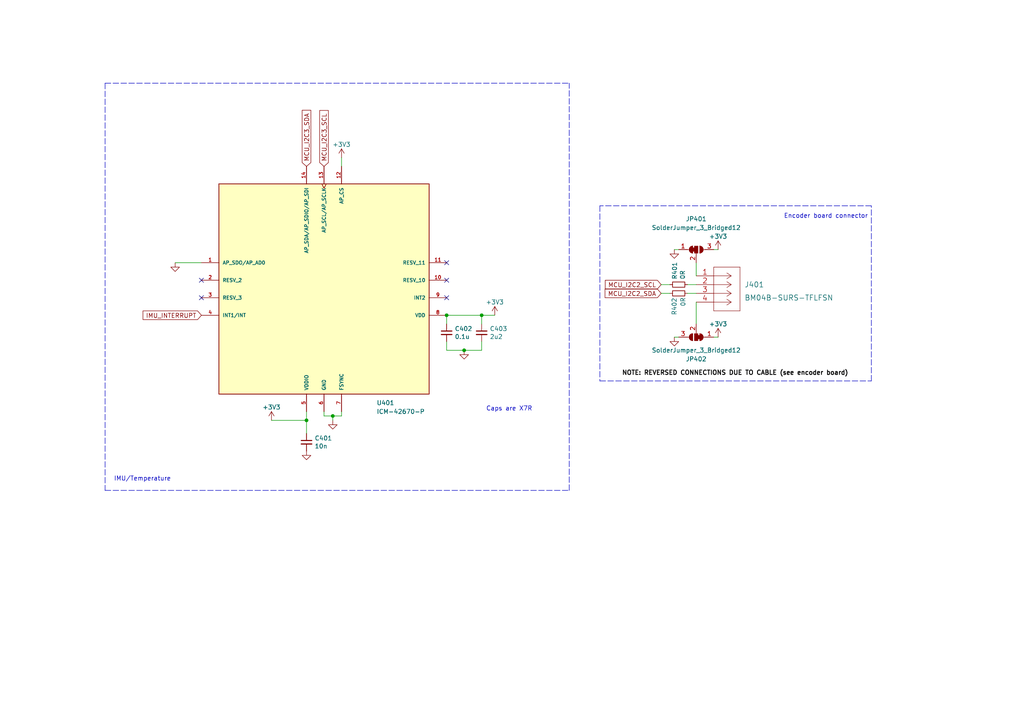
<source format=kicad_sch>
(kicad_sch (version 20211123) (generator eeschema)
  (paper "A4")
  (lib_symbols
    (symbol "BM04B:BM04B-SURS-TFLFSN" (pin_names (offset 0.254) hide)
      (property "Reference" "J" (at 8.89 6.35 0))
      (property "Value" "BM04B-SURS-TFLFSN" (at 10.16 -5.08 0))
      (symbol "BM04B-SURS-TFLFSN_1_1"
        (polyline (pts (xy 5.08 -10.16) (xy 12.7 -10.16)) (stroke (width 0.127)))
        (polyline (pts (xy 5.08 2.54) (xy 5.08 -10.16)) (stroke (width 0.127)))
        (polyline (pts (xy 10.16 -7.62) (xy 5.08 -7.62)) (stroke (width 0.127)))
        (polyline (pts (xy 10.16 -7.62) (xy 8.89 -8.4582)) (stroke (width 0.127)))
        (polyline (pts (xy 10.16 -7.62) (xy 8.89 -6.7818)) (stroke (width 0.127)))
        (polyline (pts (xy 10.16 -5.08) (xy 5.08 -5.08)) (stroke (width 0.127)))
        (polyline (pts (xy 10.16 -5.08) (xy 8.89 -5.9182)) (stroke (width 0.127)))
        (polyline (pts (xy 10.16 -5.08) (xy 8.89 -4.2418)) (stroke (width 0.127)))
        (polyline (pts (xy 10.16 -2.54) (xy 5.08 -2.54)) (stroke (width 0.127)))
        (polyline (pts (xy 10.16 -2.54) (xy 8.89 -3.3782)) (stroke (width 0.127)))
        (polyline (pts (xy 10.16 -2.54) (xy 8.89 -1.7018)) (stroke (width 0.127)))
        (polyline (pts (xy 10.16 0) (xy 5.08 0)) (stroke (width 0.127)))
        (polyline (pts (xy 10.16 0) (xy 8.89 -0.8382)) (stroke (width 0.127)))
        (polyline (pts (xy 10.16 0) (xy 8.89 0.8382)) (stroke (width 0.127)))
        (polyline (pts (xy 12.7 -10.16) (xy 12.7 2.54)) (stroke (width 0.127)))
        (polyline (pts (xy 12.7 2.54) (xy 5.08 2.54)) (stroke (width 0.127)))
        (pin unspecified line (at 0 0 0) (length 5.08) (name "1") (number "1"))
        (pin unspecified line (at 0 -2.54 0) (length 5.08) (name "2") (number "2"))
        (pin unspecified line (at 0 -5.08 0) (length 5.08) (name "3") (number "3"))
        (pin unspecified line (at 0 -7.62 0) (length 5.08) (name "4") (number "4"))
      )
    )
    (symbol "BluePhil-rescue:+3.3V-power" (power) (pin_names (offset 0))
      (property "Value" "+3.3V-power" (at 0 3.556 0))
      (symbol "+3.3V-power_0_1"
        (polyline (pts (xy -0.762 1.27) (xy 0 2.54)))
        (polyline (pts (xy 0 0) (xy 0 2.54)))
        (polyline (pts (xy 0 2.54) (xy 0.762 1.27)))
      )
      (symbol "+3.3V-power_1_1"
        (pin power_in line (at 0 0 90) (length 0) hide (name "+3V3") (number "1"))
      )
    )
    (symbol "Device:C_Small" (pin_numbers hide) (pin_names (offset 0.254) hide)
      (property "Reference" "C" (at 0.254 1.778 0))
      (property "Value" "C_Small" (at 0.254 -2.032 0))
      (symbol "C_Small_0_1"
        (polyline (pts (xy -1.524 -0.508) (xy 1.524 -0.508)) (stroke (width 0.3302)))
        (polyline (pts (xy -1.524 0.508) (xy 1.524 0.508)) (stroke (width 0.3048)))
      )
      (symbol "C_Small_1_1"
        (pin passive line (at 0 2.54 270) (length 2.032) (name "~") (number "1"))
        (pin passive line (at 0 -2.54 90) (length 2.032) (name "~") (number "2"))
      )
    )
    (symbol "Device:R_Small" (pin_numbers hide) (pin_names (offset 0.254) hide)
      (property "Reference" "R" (at 0.762 0.508 0))
      (property "Value" "R_Small" (at 0.762 -1.016 0))
      (symbol "R_Small_0_1"
        (rectangle (start -0.762 1.778) (end 0.762 -1.778) (stroke (width 0.2032)))
      )
      (symbol "R_Small_1_1"
        (pin passive line (at 0 2.54 270) (length 0.762) (name "~") (number "1"))
        (pin passive line (at 0 -2.54 90) (length 0.762) (name "~") (number "2"))
      )
    )
    (symbol "ICM-42670-P:ICM-42670-P" (pin_names (offset 1.016))
      (property "Reference" "U" (at -30.48 31.242 0))
      (property "Value" "ICM-42670-P" (at -30.48 -31.242 0))
      (symbol "ICM-42670-P_0_0"
        (rectangle (start -30.48 -30.48) (end 30.48 30.48) (stroke (width 0.254)) (fill (type background)))
        (pin bidirectional line (at -35.56 7.62 0) (length 5.08) (name "AP_SDO/AP_AD0") (number "1"))
        (pin passive line (at 35.56 2.54 180) (length 5.08) (name "RESV_10") (number "10"))
        (pin passive line (at 35.56 7.62 180) (length 5.08) (name "RESV_11") (number "11"))
        (pin input line (at 5.08 35.56 270) (length 5.08) (name "AP_CS") (number "12"))
        (pin input clock (at 0 35.56 270) (length 5.08) (name "AP_SCL/AP_SCLK") (number "13"))
        (pin bidirectional line (at -5.08 35.56 270) (length 5.08) (name "AP_SDA/AP_SDIO/AP_SDI") (number "14"))
        (pin passive line (at -35.56 2.54 0) (length 5.08) (name "RESV_2") (number "2"))
        (pin passive line (at -35.56 -2.54 0) (length 5.08) (name "RESV_3") (number "3"))
        (pin output line (at -35.56 -7.62 0) (length 5.08) (name "INT1/INT") (number "4"))
        (pin power_in line (at -5.08 -35.56 90) (length 5.08) (name "VDDIO") (number "5"))
        (pin power_in line (at 0 -35.56 90) (length 5.08) (name "GND") (number "6"))
        (pin input line (at 5.08 -35.56 90) (length 5.08) (name "FSYNC") (number "7"))
        (pin power_in line (at 35.56 -7.62 180) (length 5.08) (name "VDD") (number "8"))
        (pin output line (at 35.56 -2.54 180) (length 5.08) (name "INT2") (number "9"))
      )
    )
    (symbol "Jumper:SolderJumper_3_Bridged12" (pin_names (offset 0) hide)
      (property "Reference" "JP" (at -2.54 -2.54 0))
      (property "Value" "SolderJumper_3_Bridged12" (at 0 2.794 0))
      (symbol "SolderJumper_3_Bridged12_0_1"
        (rectangle (start -1.016 0.508) (end -0.508 -0.508) (fill (type outline)))
        (arc (start -1.016 1.016) (mid -2.032 0) (end -1.016 -1.016))
        (arc (start -1.016 1.016) (mid -2.032 0) (end -1.016 -1.016) (fill (type outline)))
        (rectangle (start -0.508 1.016) (end 0.508 -1.016) (fill (type outline)))
        (polyline (pts (xy -2.54 0) (xy -2.032 0)))
        (polyline (pts (xy -1.016 1.016) (xy -1.016 -1.016)))
        (polyline (pts (xy 0 -1.27) (xy 0 -1.016)))
        (polyline (pts (xy 1.016 1.016) (xy 1.016 -1.016)))
        (polyline (pts (xy 2.54 0) (xy 2.032 0)))
        (arc (start 1.016 -1.016) (mid 2.032 0) (end 1.016 1.016))
        (arc (start 1.016 -1.016) (mid 2.032 0) (end 1.016 1.016) (fill (type outline)))
      )
      (symbol "SolderJumper_3_Bridged12_1_1"
        (pin passive line (at -5.08 0 0) (length 2.54) (name "A") (number "1"))
        (pin passive line (at 0 -3.81 90) (length 2.54) (name "C") (number "2"))
        (pin passive line (at 5.08 0 180) (length 2.54) (name "B") (number "3"))
      )
    )
    (symbol "power:GND" (power) (pin_names (offset 0))
      (property "Value" "GND" (at 0 -3.81 0))
      (symbol "GND_0_1"
        (polyline (pts (xy 0 0) (xy 0 -1.27) (xy 1.27 -1.27) (xy 0 -2.54) (xy -1.27 -1.27) (xy 0 -1.27)))
      )
      (symbol "GND_1_1"
        (pin power_in line (at 0 0 270) (length 0) hide (name "GND") (number "1"))
      )
    )
  )
  (junction (at 88.9 121.92))
  (junction (at 96.52 120.65))
  (junction (at 129.54 91.44))
  (junction (at 139.7 91.44))
  (junction (at 134.62 101.6))
  (no_connect (at 58.42 86.36))
  (no_connect (at 129.54 81.28))
  (no_connect (at 58.42 81.28))
  (no_connect (at 129.54 76.2))
  (no_connect (at 129.54 86.36))
  (wire (pts (xy 199.39 82.55) (xy 201.93 82.55)))
  (polyline (pts (xy 30.48 142.24) (xy 165.1 142.24)))
  (wire (pts (xy 129.54 99.06) (xy 129.54 101.6)))
  (wire (pts (xy 96.52 120.65) (xy 99.06 120.65)))
  (wire (pts (xy 201.93 76.2) (xy 201.93 80.01)))
  (wire (pts (xy 88.9 121.92) (xy 88.9 125.73)))
  (polyline (pts (xy 173.99 59.69) (xy 173.99 110.49)))
  (wire (pts (xy 207.01 72.39) (xy 208.28 72.39)))
  (wire (pts (xy 99.06 120.65) (xy 99.06 119.38)))
  (wire (pts (xy 139.7 91.44) (xy 143.51 91.44)))
  (wire (pts (xy 195.58 72.39) (xy 196.85 72.39)))
  (wire (pts (xy 96.52 120.65) (xy 93.98 120.65)))
  (wire (pts (xy 129.54 91.44) (xy 129.54 93.98)))
  (wire (pts (xy 129.54 101.6) (xy 134.62 101.6)))
  (wire (pts (xy 207.01 97.79) (xy 208.28 97.79)))
  (wire (pts (xy 96.52 121.92) (xy 96.52 120.65)))
  (wire (pts (xy 139.7 99.06) (xy 139.7 101.6)))
  (polyline (pts (xy 252.73 59.69) (xy 173.99 59.69)))
  (polyline (pts (xy 30.48 24.13) (xy 165.1 24.13)))
  (wire (pts (xy 99.06 45.72) (xy 99.06 48.26)))
  (polyline (pts (xy 252.73 110.49) (xy 252.73 59.69)))
  (wire (pts (xy 191.77 85.09) (xy 194.31 85.09)))
  (wire (pts (xy 191.77 82.55) (xy 194.31 82.55)))
  (wire (pts (xy 139.7 93.98) (xy 139.7 91.44)))
  (wire (pts (xy 129.54 91.44) (xy 139.7 91.44)))
  (wire (pts (xy 93.98 120.65) (xy 93.98 119.38)))
  (wire (pts (xy 88.9 119.38) (xy 88.9 121.92)))
  (wire (pts (xy 195.58 97.79) (xy 196.85 97.79)))
  (wire (pts (xy 199.39 85.09) (xy 201.93 85.09)))
  (polyline (pts (xy 30.48 24.13) (xy 30.48 142.24)))
  (wire (pts (xy 50.8 76.2) (xy 58.42 76.2)))
  (polyline (pts (xy 173.99 110.49) (xy 252.73 110.49)))
  (wire (pts (xy 78.74 121.92) (xy 88.9 121.92)))
  (wire (pts (xy 139.7 101.6) (xy 134.62 101.6)))
  (wire (pts (xy 201.93 87.63) (xy 201.93 93.98)))
  (polyline (pts (xy 165.1 142.24) (xy 165.1 24.13)))
  (text "Encoder board connector\n" (at 227.33 63.5 0) (effects (font (size 1.27 1.27)) (justify left bottom)))
  (text "Caps are X7R\n" (at 140.97 119.38 0) (effects (font (size 1.27 1.27)) (justify left bottom)))
  (text "IMU/Temperature\n" (at 33.02 139.7 0) (effects (font (size 1.27 1.27)) (justify left bottom)))
  (label "NOTE: REVERSED CONNECTIONS DUE TO CABLE (see encoder board)" (at 180.34 109.22 0) (effects (font (thickness 0.254) bold)))
  (global_label "IMU_INTERRUPT" (shape input) (at 58.42 91.44 180) (property "Intersheet References" "${INTERSHEET_REFS}" (effects hide)))
  (global_label "MCU_I2C3_SCL" (shape input) (at 93.98 48.26 90) (property "Intersheet References" "${INTERSHEET_REFS}" (effects hide)))
  (global_label "MCU_I2C3_SDA" (shape input) (at 88.9 48.26 90) (property "Intersheet References" "${INTERSHEET_REFS}" (effects hide)))
  (global_label "MCU_I2C2_SCL" (shape input) (at 191.77 82.55 180) (property "Intersheet References" "${INTERSHEET_REFS}" (effects hide)))
  (global_label "MCU_I2C2_SDA" (shape input) (at 191.77 85.09 180) (property "Intersheet References" "${INTERSHEET_REFS}" (effects hide)))
  (symbol (lib_id "Device:R_Small") (at 196.85 82.55 90) (unit 1)
    (property "Reference" "R401" (at 195.6816 81.0514 0) (effects (justify left)))
    (property "Value" "0R" (at 197.993 81.0514 0) (effects (justify left)))
    (property "Footprint" "Resistor_SMD:R_0402_1005Metric" (effects hide))
    (property "LCSC Part #" "C25079" (effects hide))
  )
  (symbol (lib_id "power:GND") (at 195.58 72.39 0) (unit 1)
    (property "Reference" "#PWR?" (effects hide))
    (property "Value" "GND" (effects hide))
  )
  (symbol (lib_id "Device:C_Small") (at 129.54 96.52 0) (unit 1)
    (property "Reference" "C402" (at 131.8768 95.3516 0) (effects (justify left)))
    (property "Value" "0.1u" (at 131.8768 97.663 0) (effects (justify left)))
    (property "Footprint" "Capacitor_SMD:C_0402_1005Metric" (effects hide))
    (property "LCSC Part #" "C1525" (effects hide))
  )
  (symbol (lib_id "Device:C_Small") (at 88.9 128.27 0) (unit 1)
    (property "Reference" "C401" (at 91.2368 127.1016 0) (effects (justify left)))
    (property "Value" "10n" (at 91.2368 129.413 0) (effects (justify left)))
    (property "Footprint" "Capacitor_SMD:C_0402_1005Metric" (effects hide))
    (property "LCSC Part #" "C1531" (effects hide))
  )
  (symbol (lib_id "power:GND") (at 134.62 101.6 0) (unit 1)
    (property "Reference" "#PWR0406" (effects hide))
    (property "Value" "GND" (effects hide))
  )
  (symbol (lib_id "Jumper:SolderJumper_3_Bridged12") (at 201.93 97.79 180) (unit 1)
    (property "Reference" "JP402" (at 201.93 104.14 0))
    (property "Value" "SolderJumper_3_Bridged12" (at 201.93 101.6 0))
    (property "Footprint" "Jumper:SolderJumper-3_P1.3mm_Bridged12_Pad1.0x1.5mm" (effects hide))
  )
  (symbol (lib_id "BluePhil-rescue:+3.3V-power") (at 78.74 121.92 0) (unit 1)
    (property "Reference" "#PWR0402" (effects hide))
    (property "Value" "+3.3V" (at 78.74 118.11 0))
  )
  (symbol (lib_id "BM04B:BM04B-SURS-TFLFSN") (at 201.93 80.01 0) (unit 1)
    (property "Reference" "J401" (at 215.9 82.55 0) (effects (font (size 1.524 1.524)) (justify left)))
    (property "Value" "BM04B-SURS-TFLFSN" (at 215.9 86.36 0) (effects (font (size 1.524 1.524)) (justify left)))
    (property "Footprint" "SnapEDA Library:JST_BM04B-SURS-TF(LF)(SN)" (effects hide))
  )
  (symbol (lib_id "ICM-42670-P:ICM-42670-P") (at 93.98 83.82 0) (unit 1)
    (property "Reference" "U401" (at 109.22 116.84 0) (effects (justify left)))
    (property "Value" "ICM-42670-P" (at 109.22 119.38 0) (effects (justify left)))
    (property "Footprint" "SnapEDA Library:IC_ICM-42670-P" (effects hide))
    (property "MANUFACTURER" "TDK InvenSense" (effects hide))
    (property "STANDARD" "Manufacturer Recommendations" (effects hide))
    (property "MAXIMUM_PACKAGE_HEIGHT" "0.81mm" (effects hide))
    (property "PARTREV" "1.0" (effects hide))
  )
  (symbol (lib_id "BluePhil-rescue:+3.3V-power") (at 208.28 97.79 0) (unit 1)
    (property "Reference" "#PWR?" (effects hide))
    (property "Value" "+3.3V" (at 208.28 93.98 0))
  )
  (symbol (lib_id "BluePhil-rescue:+3.3V-power") (at 99.06 45.72 0) (unit 1)
    (property "Reference" "#PWR0405" (effects hide))
    (property "Value" "+3.3V" (at 99.06 41.91 0))
  )
  (symbol (lib_id "Device:C_Small") (at 139.7 96.52 0) (unit 1)
    (property "Reference" "C403" (at 142.0368 95.3516 0) (effects (justify left)))
    (property "Value" "2u2" (at 142.0368 97.663 0) (effects (justify left)))
    (property "Footprint" "Capacitor_SMD:C_0402_1005Metric" (effects hide))
    (property "LCSC Part #" "C1531" (effects hide))
  )
  (symbol (lib_id "power:GND") (at 96.52 121.92 0) (mirror y) (unit 1)
    (property "Reference" "#PWR0404" (effects hide))
    (property "Value" "GND" (effects hide))
  )
  (symbol (lib_id "Jumper:SolderJumper_3_Bridged12") (at 201.93 72.39 0) (unit 1)
    (property "Reference" "JP401" (at 201.93 63.5 0))
    (property "Value" "SolderJumper_3_Bridged12" (at 201.93 66.04 0))
    (property "Footprint" "Jumper:SolderJumper-3_P1.3mm_Bridged12_Pad1.0x1.5mm" (effects hide))
  )
  (symbol (lib_id "Device:R_Small") (at 196.85 85.09 90) (unit 1)
    (property "Reference" "R402" (at 195.58 91.44 0) (effects (justify left)))
    (property "Value" "0R" (at 198.12 88.9 0) (effects (justify left)))
    (property "Footprint" "Resistor_SMD:R_0402_1005Metric" (effects hide))
    (property "LCSC Part #" "C25079" (effects hide))
  )
  (symbol (lib_id "BluePhil-rescue:+3.3V-power") (at 143.51 91.44 0) (unit 1)
    (property "Reference" "#PWR0407" (effects hide))
    (property "Value" "+3.3V" (at 143.51 87.63 0))
  )
  (symbol (lib_id "power:GND") (at 195.58 97.79 0) (unit 1)
    (property "Reference" "#PWR?" (effects hide))
    (property "Value" "GND" (effects hide))
  )
  (symbol (lib_id "power:GND") (at 88.9 130.81 0) (unit 1)
    (property "Reference" "#PWR0403" (effects hide))
    (property "Value" "GND" (effects hide))
  )
  (symbol (lib_id "BluePhil-rescue:+3.3V-power") (at 208.28 72.39 0) (unit 1)
    (property "Reference" "#PWR?" (effects hide))
    (property "Value" "+3.3V" (at 208.28 68.58 0))
  )
  (symbol (lib_id "power:GND") (at 50.8 76.2 0) (unit 1)
    (property "Reference" "#PWR0401" (effects hide))
    (property "Value" "GND" (effects hide))
  )
)
</source>
